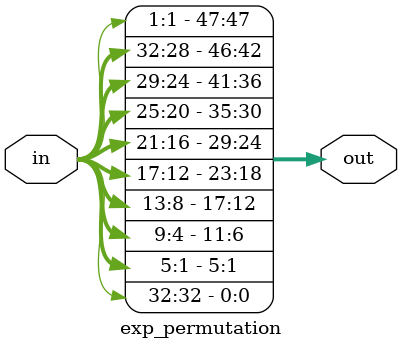
<source format=v>
/*

Module Name : exp_permutation

Functionality :
The exp_permutation is Used In Each Round Logic in Order to expand The Right Portion from 32 Bits
To 48 Bits Following The Standard Order Before Being XORed with The Round Key

*/

module exp_permutation(input    [32:1] in   ,
                       output   [48:1] out) ;

    assign out[1]  = in[32]     ;
    assign out[2]  = in[1]      ;
    assign out[3]  = in[2]      ;
    assign out[4]  = in[3]      ;
    assign out[5]  = in[4]      ;
    assign out[6]  = in[5]      ;
    assign out[7]  = in[4]      ;
    assign out[8]  = in[5]      ;
    assign out[9]  = in[6]      ;
    assign out[10] = in[7]      ;
    assign out[11] = in[8]      ;
    assign out[12] = in[9]      ;
    assign out[13] = in[8]      ;
    assign out[14] = in[9]      ;
    assign out[15] = in[10]     ;
    assign out[16] = in[11]     ;
    assign out[17] = in[12]     ;
    assign out[18] = in[13]     ;
    assign out[19] = in[12]     ;
    assign out[20] = in[13]     ;
    assign out[21] = in[14]     ;
    assign out[22] = in[15]     ;
    assign out[23] = in[16]     ;
    assign out[24] = in[17]     ;
    assign out[25] = in[16]     ;
    assign out[26] = in[17]     ;
    assign out[27] = in[18]     ;
    assign out[28] = in[19]     ;
    assign out[29] = in[20]     ;
    assign out[30] = in[21]     ;
    assign out[31] = in[20]     ;
    assign out[32] = in[21]     ;
    assign out[33] = in[22]     ;
    assign out[34] = in[23]     ;
    assign out[35] = in[24]     ;
    assign out[36] = in[25]     ;
    assign out[37] = in[24]     ;
    assign out[38] = in[25]     ;
    assign out[39] = in[26]     ;
    assign out[40] = in[27]     ;
    assign out[41] = in[28]     ;
    assign out[42] = in[29]     ;
    assign out[43] = in[28]     ;
    assign out[44] = in[29]     ;
    assign out[45] = in[30]     ;
    assign out[46] = in[31]     ;
    assign out[47] = in[32]     ;
    assign out[48] = in[1]      ;

endmodule

</source>
